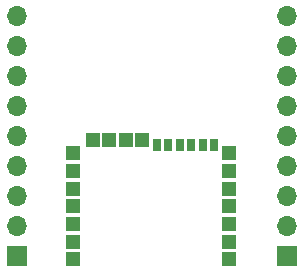
<source format=gbr>
G04 #@! TF.FileFunction,Soldermask,Top*
%FSLAX46Y46*%
G04 Gerber Fmt 4.6, Leading zero omitted, Abs format (unit mm)*
G04 Created by KiCad (PCBNEW 4.0.6) date Sun Jun 17 22:16:41 2018*
%MOMM*%
%LPD*%
G01*
G04 APERTURE LIST*
%ADD10C,0.100000*%
%ADD11R,1.700000X1.700000*%
%ADD12O,1.700000X1.700000*%
%ADD13R,1.300000X1.200000*%
%ADD14R,1.200000X1.300000*%
%ADD15R,0.800000X1.000000*%
G04 APERTURE END LIST*
D10*
D11*
X137160000Y-109220000D03*
D12*
X137160000Y-106680000D03*
X137160000Y-104140000D03*
X137160000Y-101600000D03*
X137160000Y-99060000D03*
X137160000Y-96520000D03*
X137160000Y-93980000D03*
X137160000Y-91440000D03*
X137160000Y-88900000D03*
D11*
X160020000Y-109220000D03*
D12*
X160020000Y-106680000D03*
X160020000Y-104140000D03*
X160020000Y-101600000D03*
X160020000Y-99060000D03*
X160020000Y-96520000D03*
X160020000Y-93980000D03*
X160020000Y-91440000D03*
X160020000Y-88900000D03*
D13*
X141901100Y-100503600D03*
X141901100Y-102003600D03*
X141901100Y-103503600D03*
X141901100Y-105003600D03*
X141901100Y-106503600D03*
X141901100Y-108003600D03*
X141901100Y-109503600D03*
X155101100Y-109503600D03*
X155101100Y-108003600D03*
X155101100Y-106503600D03*
X155101100Y-105003600D03*
X155101100Y-103503600D03*
X155101100Y-102003600D03*
X155101100Y-100503600D03*
D14*
X147751100Y-99353600D03*
X146351100Y-99353600D03*
X144951100Y-99353600D03*
X143551100Y-99353600D03*
D15*
X148991100Y-99803600D03*
X149956100Y-99803600D03*
X150921100Y-99803600D03*
X151886100Y-99803600D03*
X152851100Y-99803600D03*
X153816100Y-99803600D03*
M02*

</source>
